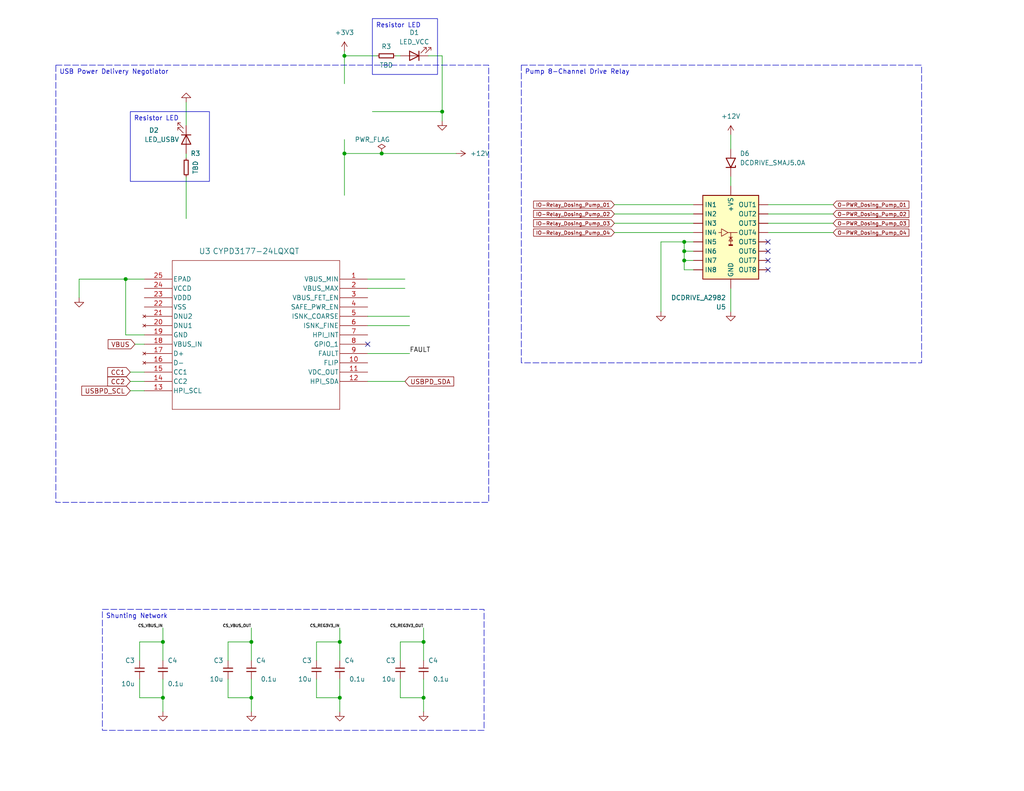
<source format=kicad_sch>
(kicad_sch (version 20230121) (generator eeschema)
  (paper "USLetter")
  (title_block (date "2023-11-12") (rev "10") (company "COEN/ELEC 490 Team 18"))
  (lib_symbols
    (symbol "Device:LED" (pin_numbers hide) (pin_names (offset 1.016) hide)
      (property "Reference" "D" (at 0 2.54 0))
      (property "Value" "LED" (at 0 -2.54 0))
      (symbol "LED_0_1"
        (polyline (pts (xy -1.27 -1.27) (xy -1.27 1.27)) (stroke (width 0.254)))
        (polyline (pts (xy -1.27 0) (xy 1.27 0)))
        (polyline (pts (xy 1.27 -1.27) (xy 1.27 1.27) (xy -1.27 0) (xy 1.27 -1.27)) (stroke (width 0.254)))
        (polyline (pts (xy -3.048 -0.762) (xy -4.572 -2.286) (xy -3.81 -2.286) (xy -4.572 -2.286) (xy -4.572 -1.524)))
        (polyline (pts (xy -1.778 -0.762) (xy -3.302 -2.286) (xy -2.54 -2.286) (xy -3.302 -2.286) (xy -3.302 -1.524)))
      )
      (symbol "LED_1_1"
        (pin passive line (at -3.81 0 0) (length 2.54) (name "K") (number "1"))
        (pin passive line (at 3.81 0 180) (length 2.54) (name "A") (number "2"))
      )
    )
    (symbol "Diode:SMAJ5.0A" (pin_numbers hide) (pin_names (offset 1.016) hide)
      (property "Reference" "D" (at 0 2.54 0))
      (property "Value" "SMAJ5.0A" (at 0 -2.54 0))
      (symbol "SMAJ5.0A_0_1"
        (polyline (pts (xy -0.762 1.27) (xy -1.27 1.27) (xy -1.27 -1.27)) (stroke (width 0.254)))
        (polyline (pts (xy 1.27 1.27) (xy 1.27 -1.27) (xy -1.27 0) (xy 1.27 1.27)) (stroke (width 0.254)))
      )
      (symbol "SMAJ5.0A_1_1"
        (pin passive line (at -3.81 0 0) (length 2.54) (name "A1") (number "1"))
        (pin passive line (at 3.81 0 180) (length 2.54) (name "A2") (number "2"))
      )
    )
    (symbol "GND_6" (power) (pin_numbers hide) (pin_names (offset 0) hide)
      (property "Value" "GND_6" (at 0 -3.81 0))
      (symbol "GND_6_0_1"
        (polyline (pts (xy 0 0) (xy 0 -1.27) (xy 1.27 -1.27) (xy 0 -2.54) (xy -1.27 -1.27) (xy 0 -1.27)))
      )
      (symbol "GND_6_1_1"
        (pin power_in line (at 0 0 270) (length 0) hide (name "GND") (number "1"))
      )
    )
    (symbol "GND_9" (power) (pin_numbers hide) (pin_names (offset 0) hide)
      (property "Value" "GND_9" (at 0 -3.81 0))
      (symbol "GND_9_0_1"
        (polyline (pts (xy 0 0) (xy 0 -1.27) (xy 1.27 -1.27) (xy 0 -2.54) (xy -1.27 -1.27) (xy 0 -1.27)))
      )
      (symbol "GND_9_1_1"
        (pin power_in line (at 0 0 270) (length 0) hide (name "GND") (number "1"))
      )
    )
    (symbol "PCM_Generic-50:C,IEC" (pin_numbers hide) (pin_names (offset 0) hide)
      (property "Reference" "C" (at 1.27 1.27 0))
      (property "Value" "C,IEC" (at 1.27 -1.27 0))
      (property "Indicator" "+" (at -1.27 1.27 0))
      (symbol "C,IEC_1_1"
        (polyline (pts (xy -1.27 -0.4572) (xy 1.27 -0.4572)) (stroke (width 0.254)))
        (polyline (pts (xy -1.27 0.4572) (xy 1.27 0.4572)) (stroke (width 0.254)))
        (pin passive line (at 0 2.54 270) (length 2.0828) (name "+") (number "1"))
        (pin passive line (at 0 -2.54 90) (length 2.0828) (name "-") (number "2"))
      )
    )
    (symbol "PCM_Generic-50:R,IEC" (pin_numbers hide) (pin_names (offset 0) hide)
      (property "Reference" "R" (at 1.27 1.27 0))
      (property "Value" "R,IEC" (at 1.27 -1.27 0))
      (symbol "R,IEC_1_1"
        (rectangle (start -0.5588 1.9812) (end 0.5588 -1.9812) (stroke (width 0.254)))
        (pin passive line (at 0 2.54 270) (length 0.5588) (name "+") (number "1"))
        (pin passive line (at 0 -2.54 90) (length 0.5588) (name "-") (number "2"))
      )
    )
    (symbol "Transistor_Array:A2982" (pin_numbers hide)
      (property "Reference" "U" (at -7.62 11.43 0))
      (property "Value" "A2982" (at 7.62 11.43 0))
      (symbol "A2982_0_1"
        (rectangle (start -7.62 10.16) (end 7.62 -12.7) (stroke (width 0.254)) (fill (type background)))
        (rectangle (start -0.508 -3.302) (end 0.508 -3.556) (fill (type outline)))
        (polyline (pts (xy -1.778 -2.794) (xy -1.778 -2.794)) (stroke (width 0.254)))
        (polyline (pts (xy -1.778 -2.032) (xy -1.778 -2.032)) (stroke (width 0.254)))
        (polyline (pts (xy -1.778 -1.27) (xy -1.778 -1.27)) (stroke (width 0.254)))
        (polyline (pts (xy -1.778 1.27) (xy -1.778 1.27)) (stroke (width 0.254)))
        (polyline (pts (xy -1.778 2.032) (xy -1.778 2.032)) (stroke (width 0.254)))
        (polyline (pts (xy -1.778 2.794) (xy -1.778 2.794)) (stroke (width 0.254)))
        (polyline (pts (xy -0.762 0) (xy 1.778 0)))
        (polyline (pts (xy -0.508 -1.27) (xy 0.508 -1.27)))
        (polyline (pts (xy 0 0) (xy 0 -3.302)))
        (polyline (pts (xy 0 0) (xy 0 0)) (stroke (width 0.508)))
        (polyline (pts (xy 0 -1.27) (xy -0.508 -2.286) (xy 0.508 -2.286) (xy 0 -1.27)))
        (polyline (pts (xy -3.302 0) (xy -2.54 0) (xy -2.54 1.016) (xy -0.762 0) (xy -2.54 -1.016) (xy -2.54 0)))
      )
      (symbol "A2982_1_1"
        (pin input line (at -10.16 7.62 0) (length 2.54) (name "IN1") (number "1"))
        (pin no_connect line (at -2.54 -12.7 90) (length 2.54) hide (name "NC") (number "10"))
        (pin no_connect line (at 2.54 -12.7 90) (length 2.54) hide (name "NC") (number "11"))
        (pin power_in line (at 0 -15.24 90) (length 2.54) (name "GND") (number "12"))
        (pin open_emitter line (at 10.16 -10.16 180) (length 2.54) (name "OUT8") (number "13"))
        (pin open_emitter line (at 10.16 -7.62 180) (length 2.54) (name "OUT7") (number "14"))
        (pin open_emitter line (at 10.16 -5.08 180) (length 2.54) (name "OUT6") (number "15"))
        (pin open_emitter line (at 10.16 -2.54 180) (length 2.54) (name "OUT5") (number "16"))
        (pin open_emitter line (at 10.16 0 180) (length 2.54) (name "OUT4") (number "17"))
        (pin open_emitter line (at 10.16 2.54 180) (length 2.54) (name "OUT3") (number "18"))
        (pin open_emitter line (at 10.16 5.08 180) (length 2.54) (name "OUT2") (number "19"))
        (pin input line (at -10.16 5.08 0) (length 2.54) (name "IN2") (number "2"))
        (pin open_emitter line (at 10.16 7.62 180) (length 2.54) (name "OUT1") (number "20"))
        (pin input line (at -10.16 2.54 0) (length 2.54) (name "IN3") (number "3"))
        (pin input line (at -10.16 0 0) (length 2.54) (name "IN4") (number "4"))
        (pin input line (at -10.16 -2.54 0) (length 2.54) (name "IN5") (number "5"))
        (pin input line (at -10.16 -5.08 0) (length 2.54) (name "IN6") (number "6"))
        (pin input line (at -10.16 -7.62 0) (length 2.54) (name "IN7") (number "7"))
        (pin input line (at -10.16 -10.16 0) (length 2.54) (name "IN8") (number "8"))
        (pin power_in line (at 0 12.7 270) (length 2.54) (name "+VS") (number "9"))
      )
    )
    (symbol "USBPD-CYPD3177-24LQXQT-2023-11-19_00-59-06:CYPD3177-24LQXQT" (pin_names (offset 0.254))
      (property "Reference" "U" (at 30.48 10.16 0))
      (property "Value" "CYPD3177-24LQXQT" (at 30.48 7.62 0))
      (symbol "CYPD3177-24LQXQT_0_1"
        (polyline (pts (xy 7.62 -35.56) (xy 53.34 -35.56)) (stroke (width 0.127)))
        (polyline (pts (xy 7.62 5.08) (xy 7.62 -35.56)) (stroke (width 0.127)))
        (polyline (pts (xy 53.34 -35.56) (xy 53.34 5.08)) (stroke (width 0.127)))
        (polyline (pts (xy 53.34 5.08) (xy 7.62 5.08)) (stroke (width 0.127)))
        (pin unspecified line (at 0 0 0) (length 7.62) (name "VBUS_MIN") (number "1"))
        (pin bidirectional line (at 0 -22.86 0) (length 7.62) (name "FLIP") (number "10"))
        (pin output line (at 0 -25.4 0) (length 7.62) (name "VDC_OUT") (number "11"))
        (pin unspecified line (at 0 -27.94 0) (length 7.62) (name "HPI_SDA") (number "12"))
        (pin unspecified line (at 60.96 -30.48 180) (length 7.62) (name "HPI_SCL") (number "13"))
        (pin unspecified line (at 60.96 -27.94 180) (length 7.62) (name "CC2") (number "14"))
        (pin unspecified line (at 60.96 -25.4 180) (length 7.62) (name "CC1") (number "15"))
        (pin no_connect line (at 60.96 -22.86 180) (length 7.62) (name "D-") (number "16"))
        (pin no_connect line (at 60.96 -20.32 180) (length 7.62) (name "D+") (number "17"))
        (pin input line (at 60.96 -17.78 180) (length 7.62) (name "VBUS_IN") (number "18"))
        (pin power_out line (at 60.96 -15.24 180) (length 7.62) (name "GND") (number "19"))
        (pin unspecified line (at 0 -2.54 0) (length 7.62) (name "VBUS_MAX") (number "2"))
        (pin no_connect line (at 60.96 -12.7 180) (length 7.62) (name "DNU1") (number "20"))
        (pin no_connect line (at 60.96 -10.16 180) (length 7.62) (name "DNU2") (number "21"))
        (pin power_out line (at 60.96 -7.62 180) (length 7.62) (name "VSS") (number "22"))
        (pin output line (at 60.96 -5.08 180) (length 7.62) (name "VDDD") (number "23"))
        (pin output line (at 60.96 -2.54 180) (length 7.62) (name "VCCD") (number "24"))
        (pin power_out line (at 60.96 0 180) (length 7.62) (name "EPAD") (number "25"))
        (pin output line (at 0 -5.08 0) (length 7.62) (name "VBUS_FET_EN") (number "3"))
        (pin output line (at 0 -7.62 0) (length 7.62) (name "SAFE_PWR_EN") (number "4"))
        (pin unspecified line (at 0 -10.16 0) (length 7.62) (name "ISNK_COARSE") (number "5"))
        (pin unspecified line (at 0 -12.7 0) (length 7.62) (name "ISNK_FINE") (number "6"))
        (pin unspecified line (at 0 -15.24 0) (length 7.62) (name "HPI_INT") (number "7"))
        (pin unspecified line (at 0 -17.78 0) (length 7.62) (name "GPIO_1") (number "8"))
        (pin unspecified line (at 0 -20.32 0) (length 7.62) (name "FAULT") (number "9"))
      )
    )
    (symbol "power:+12V" (power) (pin_numbers hide) (pin_names (offset 0) hide)
      (property "Value" "+12V" (at 0 3.556 0))
      (symbol "+12V_0_1"
        (polyline (pts (xy -0.762 1.27) (xy 0 2.54)))
        (polyline (pts (xy 0 0) (xy 0 2.54)))
        (polyline (pts (xy 0 2.54) (xy 0.762 1.27)))
      )
      (symbol "+12V_1_1"
        (pin power_in line (at 0 0 90) (length 0) hide (name "+12V") (number "1"))
      )
    )
    (symbol "power:+3V3" (power) (pin_numbers hide) (pin_names (offset 0) hide)
      (property "Value" "+3V3" (at 0 3.556 0))
      (symbol "+3V3_0_1"
        (polyline (pts (xy -0.762 1.27) (xy 0 2.54)))
        (polyline (pts (xy 0 0) (xy 0 2.54)))
        (polyline (pts (xy 0 2.54) (xy 0.762 1.27)))
      )
      (symbol "+3V3_1_1"
        (pin power_in line (at 0 0 90) (length 0) hide (name "+3V3") (number "1"))
      )
    )
    (symbol "power:GND" (power) (pin_numbers hide) (pin_names (offset 0) hide)
      (property "Value" "GND" (at 0 -3.81 0))
      (symbol "GND_0_1"
        (polyline (pts (xy 0 0) (xy 0 -1.27) (xy 1.27 -1.27) (xy 0 -2.54) (xy -1.27 -1.27) (xy 0 -1.27)))
      )
      (symbol "GND_1_1"
        (pin power_in line (at 0 0 270) (length 0) hide (name "GND") (number "1"))
      )
    )
    (symbol "power:PWR_FLAG" (power) (pin_numbers hide) (pin_names (offset 0) hide)
      (property "Value" "PWR_FLAG" (at 0 3.81 0))
      (symbol "PWR_FLAG_0_0"
        (pin power_out line (at 0 0 90) (length 0) (name "pwr") (number "1"))
      )
      (symbol "PWR_FLAG_0_1"
        (polyline (pts (xy 0 0) (xy 0 1.27) (xy -1.016 1.905) (xy 0 2.54) (xy 1.016 1.905) (xy 0 1.27)))
      )
    )
  )
  (junction (at 34.29 76.2))
  (junction (at 115.57 175.26))
  (junction (at 104.14 41.91))
  (junction (at 44.45 190.5))
  (junction (at 68.58 175.26))
  (junction (at 115.57 190.5))
  (junction (at 92.71 175.26))
  (junction (at 186.69 66.04))
  (junction (at 92.71 190.5))
  (junction (at 186.69 68.58))
  (junction (at 186.69 71.12))
  (junction (at 120.65 30.48))
  (junction (at 93.98 41.91))
  (junction (at 44.45 175.26))
  (junction (at 93.98 15.24))
  (junction (at 68.58 190.5))
  (no_connect (at 100.33 93.98))
  (no_connect (at 209.55 68.58))
  (no_connect (at 209.55 66.04))
  (no_connect (at 209.55 73.66))
  (no_connect (at 209.55 71.12))
  (wire (pts (xy 92.71 180.34) (xy 92.71 175.26)))
  (wire (pts (xy 92.71 175.26) (xy 86.36 175.26)))
  (wire (pts (xy 44.45 180.34) (xy 44.45 175.26)))
  (wire (pts (xy 101.6 30.48) (xy 120.65 30.48)))
  (wire (pts (xy 115.57 175.26) (xy 109.22 175.26)))
  (wire (pts (xy 100.33 88.9) (xy 111.76 88.9)))
  (wire (pts (xy 92.71 171.45) (xy 92.71 175.26)))
  (wire (pts (xy 50.8 41.91) (xy 50.8 43.18)))
  (wire (pts (xy 62.23 175.26) (xy 62.23 180.34)))
  (wire (pts (xy 189.23 55.88) (xy 167.64 55.88)))
  (wire (pts (xy 109.22 15.24) (xy 107.95 15.24)))
  (wire (pts (xy 68.58 175.26) (xy 62.23 175.26)))
  (wire (pts (xy 35.56 101.6) (xy 39.37 101.6)))
  (wire (pts (xy 120.65 33.02) (xy 120.65 30.48)))
  (wire (pts (xy 92.71 190.5) (xy 92.71 194.31)))
  (wire (pts (xy 86.36 185.42) (xy 86.36 190.5)))
  (wire (pts (xy 109.22 175.26) (xy 109.22 180.34)))
  (wire (pts (xy 227.33 55.88) (xy 209.55 55.88)))
  (wire (pts (xy 189.23 60.96) (xy 167.64 60.96)))
  (wire (pts (xy 44.45 190.5) (xy 44.45 194.31)))
  (wire (pts (xy 115.57 190.5) (xy 115.57 185.42)))
  (wire (pts (xy 102.87 15.24) (xy 93.98 15.24)))
  (wire (pts (xy 39.37 106.68) (xy 35.56 106.68)))
  (wire (pts (xy 34.29 91.44) (xy 34.29 76.2)))
  (wire (pts (xy 93.98 15.24) (xy 93.98 22.86)))
  (wire (pts (xy 104.14 41.91) (xy 124.46 41.91)))
  (wire (pts (xy 36.83 93.98) (xy 39.37 93.98)))
  (wire (pts (xy 62.23 190.5) (xy 68.58 190.5)))
  (wire (pts (xy 100.33 104.14) (xy 110.49 104.14)))
  (wire (pts (xy 120.65 15.24) (xy 120.65 30.48)))
  (wire (pts (xy 189.23 66.04) (xy 186.69 66.04)))
  (wire (pts (xy 189.23 73.66) (xy 186.69 73.66)))
  (wire (pts (xy 227.33 60.96) (xy 209.55 60.96)))
  (wire (pts (xy 68.58 171.45) (xy 68.58 175.26)))
  (wire (pts (xy 100.33 86.36) (xy 111.76 86.36)))
  (wire (pts (xy 186.69 73.66) (xy 186.69 71.12)))
  (wire (pts (xy 227.33 63.5) (xy 209.55 63.5)))
  (wire (pts (xy 21.59 76.2) (xy 21.59 81.28)))
  (wire (pts (xy 100.33 96.52) (xy 111.76 96.52)))
  (wire (pts (xy 93.98 38.1) (xy 93.98 41.91)))
  (wire (pts (xy 62.23 185.42) (xy 62.23 190.5)))
  (wire (pts (xy 186.69 68.58) (xy 186.69 66.04)))
  (wire (pts (xy 93.98 41.91) (xy 93.98 53.34)))
  (wire (pts (xy 44.45 190.5) (xy 44.45 185.42)))
  (wire (pts (xy 38.1 190.5) (xy 44.45 190.5)))
  (wire (pts (xy 35.56 104.14) (xy 39.37 104.14)))
  (wire (pts (xy 189.23 63.5) (xy 167.64 63.5)))
  (wire (pts (xy 186.69 68.58) (xy 189.23 68.58)))
  (wire (pts (xy 186.69 71.12) (xy 186.69 68.58)))
  (wire (pts (xy 186.69 66.04) (xy 180.34 66.04)))
  (wire (pts (xy 68.58 180.34) (xy 68.58 175.26)))
  (wire (pts (xy 38.1 175.26) (xy 38.1 180.34)))
  (wire (pts (xy 93.98 41.91) (xy 104.14 41.91)))
  (wire (pts (xy 68.58 190.5) (xy 68.58 185.42)))
  (wire (pts (xy 100.33 78.74) (xy 110.49 78.74)))
  (wire (pts (xy 180.34 66.04) (xy 180.34 85.09)))
  (wire (pts (xy 100.33 76.2) (xy 110.49 76.2)))
  (wire (pts (xy 92.71 190.5) (xy 92.71 185.42)))
  (wire (pts (xy 86.36 190.5) (xy 92.71 190.5)))
  (wire (pts (xy 68.58 190.5) (xy 68.58 194.31)))
  (wire (pts (xy 199.39 36.83) (xy 199.39 40.64)))
  (wire (pts (xy 115.57 180.34) (xy 115.57 175.26)))
  (wire (pts (xy 86.36 175.26) (xy 86.36 180.34)))
  (wire (pts (xy 50.8 27.94) (xy 50.8 34.29)))
  (wire (pts (xy 109.22 185.42) (xy 109.22 190.5)))
  (wire (pts (xy 109.22 190.5) (xy 115.57 190.5)))
  (wire (pts (xy 199.39 85.09) (xy 199.39 78.74)))
  (wire (pts (xy 116.84 15.24) (xy 120.65 15.24)))
  (wire (pts (xy 189.23 58.42) (xy 167.64 58.42)))
  (wire (pts (xy 50.8 48.26) (xy 50.8 59.69)))
  (wire (pts (xy 227.33 58.42) (xy 209.55 58.42)))
  (wire (pts (xy 44.45 175.26) (xy 38.1 175.26)))
  (wire (pts (xy 186.69 71.12) (xy 189.23 71.12)))
  (wire (pts (xy 34.29 76.2) (xy 39.37 76.2)))
  (wire (pts (xy 38.1 185.42) (xy 38.1 190.5)))
  (wire (pts (xy 199.39 50.8) (xy 199.39 48.26)))
  (wire (pts (xy 93.98 15.24) (xy 93.98 13.97)))
  (wire (pts (xy 21.59 76.2) (xy 34.29 76.2)))
  (wire (pts (xy 115.57 171.45) (xy 115.57 175.26)))
  (wire (pts (xy 39.37 91.44) (xy 34.29 91.44)))
  (wire (pts (xy 44.45 171.45) (xy 44.45 175.26)))
  (wire (pts (xy 115.57 190.5) (xy 115.57 194.31)))
  (text_box "Resistor LED" (at 101.6 5.08 0) (size 17.78 15.24) (effects (font (size 1.27 1.27)) (justify left top)))
  (text_box "USB Power Delivery Negotiator" (at 15.24 17.78 0) (size 118.11 119.38) (stroke (width 0) (type dash)) (effects (font (size 1.27 1.27)) (justify left top)))
  (text_box "Shunting Network" (at 27.94 166.37 0) (size 104.14 33.02) (stroke (width 0) (type dash)) (effects (font (size 1.27 1.27)) (justify left top)))
  (text_box "Pump 8-Channel Drive Relay" (at 142.24 17.78 0) (size 109.22 81.28) (stroke (width 0) (type dash)) (effects (font (size 1.27 1.27)) (justify left top)))
  (text_box "Resistor LED" (at 35.56 30.48 0) (size 21.59 19.05) (effects (font (size 1.27 1.27)) (justify left top)))
  (label "CS_REG3V3_OUT" (at 115.57 171.45 180) (effects (font (size 0.75 0.75))))
  (label "CS_VBUS_IN" (at 44.45 171.45 180) (effects (font (size 0.75 0.75))))
  (label "FAULT" (at 111.76 96.52 0))
  (label "CS_REG3V3_IN" (at 92.71 171.45 180) (effects (font (size 0.75 0.75))))
  (label "CS_VBUS_OUT" (at 68.58 171.45 180) (effects (font (size 0.75 0.75))))
  (global_label "CC2" (shape input) (at 35.56 104.14 180) (property "Intersheetrefs" "${INTERSHEET_REFS}" (effects hide)))
  (global_label "IO-Relay_Dosing_Pump_01" (shape input) (at 167.64 55.88 180) (effects (font (size 1 1))) (property "Intersheetrefs" "${INTERSHEET_REFS}" (effects hide)))
  (global_label "IO-Relay_Dosing_Pump_02" (shape input) (at 167.64 58.42 180) (effects (font (size 1 1))) (property "Intersheetrefs" "${INTERSHEET_REFS}" (effects hide)))
  (global_label "O-PWR_Dosing_Pump_04" (shape input) (at 227.33 63.5 0) (effects (font (size 1 1))) (property "Intersheetrefs" "${INTERSHEET_REFS}" (effects hide)))
  (global_label "O-PWR_Dosing_Pump_02" (shape input) (at 227.33 58.42 0) (effects (font (size 1 1))) (property "Intersheetrefs" "${INTERSHEET_REFS}" (effects hide)))
  (global_label "USBPD_SDA" (shape input) (at 110.49 104.14 0) (property "Intersheetrefs" "${INTERSHEET_REFS}" (effects hide)))
  (global_label "O-PWR_Dosing_Pump_01" (shape input) (at 227.33 55.88 0) (effects (font (size 1 1))) (property "Intersheetrefs" "${INTERSHEET_REFS}" (effects hide)))
  (global_label "IO-Relay_Dosing_Pump_03" (shape input) (at 167.64 60.96 180) (effects (font (size 1 1))) (property "Intersheetrefs" "${INTERSHEET_REFS}" (effects hide)))
  (global_label "O-PWR_Dosing_Pump_03" (shape input) (at 227.33 60.96 0) (effects (font (size 1 1))) (property "Intersheetrefs" "${INTERSHEET_REFS}" (effects hide)))
  (global_label "USBPD_SCL" (shape input) (at 35.56 106.68 180) (property "Intersheetrefs" "${INTERSHEET_REFS}" (effects hide)))
  (global_label "CC1" (shape input) (at 35.56 101.6 180) (property "Intersheetrefs" "${INTERSHEET_REFS}" (effects hide)))
  (global_label "IO-Relay_Dosing_Pump_04" (shape input) (at 167.64 63.5 180) (effects (font (size 1 1))) (property "Intersheetrefs" "${INTERSHEET_REFS}" (effects hide)))
  (global_label "VBUS" (shape input) (at 36.83 93.98 180) (property "Intersheetrefs" "${INTERSHEET_REFS}" (effects hide)))
  (symbol (lib_name "GND_9") (lib_id "power:GND") (at 199.39 85.09 0) (unit 1)
    (property "Reference" "#PWR035" (effects hide))
    (property "Value" "GND" (effects hide))
    (instances (project "490 Project PCB" (path "" (reference "#PWR035") (unit 1)) (path "" (reference "#PWR037") (unit 1))))
  )
  (symbol (lib_id "Device:LED") (at 113.03 15.24 180) (unit 1)
    (property "Reference" "D1" (at 113.03 8.89 0))
    (property "Value" "LED_VCC" (at 113.03 11.43 0))
    (property "Footprint" "LED_THT:LED_D3.0mm" (effects hide))
  )
  (symbol (lib_id "Transistor_Array:A2982") (at 199.39 63.5 0) (unit 1)
    (property "Reference" "U5" (at 198.12 83.82 0) (effects (justify right)))
    (property "Value" "DCDRIVE_A2982" (at 198.12 81.28 0) (effects (justify right)))
    (property "Footprint" "Package_SO:SOIC-20W_7.5x12.8mm_P1.27mm" (effects hide))
    (property "Datasheet" "https://www.allegromicro.com/~/media/Files/Datasheets/A2981-2-Datasheet.ashx" (effects hide))
  )
  (symbol (lib_id "PCM_Generic-50:R,IEC") (at 50.8 45.72 180) (unit 1)
    (property "Reference" "R3" (at 53.34 41.91 0))
    (property "Value" "TBD" (at 53.34 45.72 90))
    (property "Indicator" "+" (effects hide))
    (instances (project "490 Project PCB" (path "" (reference "R3") (unit 1)) (path "" (reference "R10") (unit 1)) (path "" (reference "R10") (unit 1))))
  )
  (symbol (lib_id "power:GND") (at 44.45 194.31 0) (mirror y) (unit 1)
    (property "Reference" "#PWR020" (effects hide))
    (property "Value" "GND" (effects hide))
    (instances (project "490 Project PCB" (path "" (reference "#PWR020") (unit 1)) (path "" (reference "#PWR039") (unit 1))))
  )
  (symbol (lib_id "USBPD-CYPD3177-24LQXQT-2023-11-19_00-59-06:CYPD3177-24LQXQT") (at 100.33 76.2 0) (mirror y) (unit 1)
    (property "Reference" "U3" (at 55.88 68.58 0) (effects (font (size 1.524 1.524))))
    (property "Value" "CYPD3177-24LQXQT" (at 69.85 68.58 0) (effects (font (size 1.524 1.524))))
    (property "Footprint" "CYPD3177-24LQXQT_CYP" (effects hide))
    (property "Datasheet" "CYPD3177-24LQXQT" (effects hide))
  )
  (symbol (lib_id "PCM_Generic-50:R,IEC") (at 105.41 15.24 90) (mirror x) (unit 1)
    (property "Reference" "R3" (at 105.41 12.7 90))
    (property "Value" "TBD" (at 105.41 17.78 90))
    (property "Indicator" "+" (effects hide))
    (instances (project "490 Project PCB" (path "" (reference "R3") (unit 1)) (path "" (reference "R9") (unit 1)) (path "" (reference "R9") (unit 1))))
  )
  (symbol (lib_id "PCM_Generic-50:C,IEC") (at 44.45 182.88 0) (mirror x) (unit 1)
    (property "Reference" "C4" (at 45.72 180.34 0) (effects (justify left)))
    (property "Value" "0.1u" (at 45.72 186.69 0) (effects (justify left)))
    (property "Footprint" "Capacitor_THT:C_Disc_D3.8mm_W2.6mm_P2.50mm" (effects hide))
    (property "Indicator" "+" (effects hide))
    (instances (project "490 Project PCB" (path "" (reference "C4") (unit 1)) (path "" (reference "C11") (unit 1))))
  )
  (symbol (lib_id "PCM_Generic-50:C,IEC") (at 86.36 182.88 180) (unit 1)
    (property "Reference" "C3" (at 85.09 180.34 0) (effects (justify left)))
    (property "Value" "10u" (at 85.09 185.42 0) (effects (justify left)))
    (property "Footprint" "Capacitor_THT:C_Radial_D5.0mm_H7.0mm_P2.00mm" (effects hide))
    (property "Indicator" "+" (effects hide))
    (instances (project "490 Project PCB" (path "" (reference "C3") (unit 1)) (path "" (reference "C14") (unit 1))))
  )
  (symbol (lib_id "Device:LED") (at 50.8 38.1 270) (unit 1)
    (property "Reference" "D2" (at 40.64 35.56 90) (effects (justify left)))
    (property "Value" "LED_USBV" (at 39.37 38.1 90) (effects (justify left)))
    (property "Footprint" "LED_THT:LED_D3.0mm" (effects hide))
  )
  (symbol (lib_id "PCM_Generic-50:C,IEC") (at 62.23 182.88 180) (unit 1)
    (property "Reference" "C3" (at 60.96 180.34 0) (effects (justify left)))
    (property "Value" "10u" (at 60.96 185.42 0) (effects (justify left)))
    (property "Footprint" "Capacitor_THT:C_Radial_D5.0mm_H7.0mm_P2.00mm" (effects hide))
    (property "Indicator" "+" (effects hide))
    (instances (project "490 Project PCB" (path "" (reference "C3") (unit 1)) (path "" (reference "C12") (unit 1))))
  )
  (symbol (lib_id "power:PWR_FLAG") (at 104.14 41.91 0) (mirror y) (unit 1)
    (property "Reference" "#FLG02" (effects hide))
    (property "Value" "PWR_FLAG" (at 101.6 38.1 0))
  )
  (symbol (lib_id "power:+12V") (at 199.39 36.83 0) (unit 1)
    (property "Reference" "#PWR037" (effects hide))
    (property "Value" "+12V" (at 199.39 31.75 0))
    (instances (project "490 Project PCB" (path "" (reference "#PWR037") (unit 1)) (path "" (reference "#PWR034") (unit 1))))
  )
  (symbol (lib_name "GND_6") (lib_id "power:GND") (at 50.8 27.94 180) (unit 1)
    (property "Reference" "#PWR016" (effects hide))
    (property "Value" "GND" (effects hide))
  )
  (symbol (lib_id "PCM_Generic-50:C,IEC") (at 92.71 182.88 0) (mirror x) (unit 1)
    (property "Reference" "C4" (at 93.98 180.34 0) (effects (justify left)))
    (property "Value" "0.1u" (at 95.25 185.42 0) (effects (justify left)))
    (property "Footprint" "Capacitor_THT:C_Disc_D3.8mm_W2.6mm_P2.50mm" (effects hide))
    (property "Indicator" "+" (effects hide))
    (instances (project "490 Project PCB" (path "" (reference "C4") (unit 1)) (path "" (reference "C15") (unit 1))))
  )
  (symbol (lib_id "power:GND") (at 21.59 81.28 0) (mirror y) (unit 1)
    (property "Reference" "#PWR020" (effects hide))
    (property "Value" "GND" (effects hide))
    (instances (project "490 Project PCB" (path "" (reference "#PWR020") (unit 1)) (path "" (reference "#PWR023") (unit 1))))
  )
  (symbol (lib_id "power:GND") (at 120.65 33.02 0) (mirror y) (unit 1)
    (property "Reference" "#PWR020" (effects hide))
    (property "Value" "GND" (effects hide))
  )
  (symbol (lib_id "power:+3V3") (at 93.98 13.97 0) (mirror y) (unit 1)
    (property "Reference" "#PWR017" (effects hide))
    (property "Value" "+3V3" (at 93.98 8.89 0))
  )
  (symbol (lib_id "power:GND") (at 68.58 194.31 0) (mirror y) (unit 1)
    (property "Reference" "#PWR020" (effects hide))
    (property "Value" "GND" (effects hide))
    (instances (project "490 Project PCB" (path "" (reference "#PWR020") (unit 1)) (path "" (reference "#PWR040") (unit 1))))
  )
  (symbol (lib_name "GND_9") (lib_id "power:GND") (at 180.34 85.09 0) (unit 1)
    (property "Reference" "#PWR034" (effects hide))
    (property "Value" "GND" (effects hide))
    (instances (project "490 Project PCB" (path "" (reference "#PWR034") (unit 1)) (path "" (reference "#PWR035") (unit 1))))
  )
  (symbol (lib_id "PCM_Generic-50:C,IEC") (at 38.1 182.88 180) (unit 1)
    (property "Reference" "C3" (at 36.83 180.34 0) (effects (justify left)))
    (property "Value" "10u" (at 36.83 186.69 0) (effects (justify left)))
    (property "Footprint" "Capacitor_THT:C_Radial_D5.0mm_H7.0mm_P2.00mm" (effects hide))
    (property "Indicator" "+" (effects hide))
    (instances (project "490 Project PCB" (path "" (reference "C3") (unit 1)) (path "" (reference "C10") (unit 1))))
  )
  (symbol (lib_id "PCM_Generic-50:C,IEC") (at 109.22 182.88 180) (unit 1)
    (property "Reference" "C3" (at 107.95 180.34 0) (effects (justify left)))
    (property "Value" "10u" (at 107.95 185.42 0) (effects (justify left)))
    (property "Footprint" "Capacitor_THT:C_Radial_D5.0mm_H7.0mm_P2.00mm" (effects hide))
    (property "Indicator" "+" (effects hide))
    (instances (project "490 Project PCB" (path "" (reference "C3") (unit 1)) (path "" (reference "C16") (unit 1))))
  )
  (symbol (lib_id "PCM_Generic-50:C,IEC") (at 115.57 182.88 0) (mirror x) (unit 1)
    (property "Reference" "C4" (at 116.84 180.34 0) (effects (justify left)))
    (property "Value" "0.1u" (at 118.11 185.42 0) (effects (justify left)))
    (property "Footprint" "Capacitor_THT:C_Disc_D3.8mm_W2.6mm_P2.50mm" (effects hide))
    (property "Indicator" "+" (effects hide))
    (instances (project "490 Project PCB" (path "" (reference "C4") (unit 1)) (path "" (reference "C17") (unit 1))))
  )
  (symbol (lib_id "power:+12V") (at 124.46 41.91 270) (unit 1)
    (property "Reference" "#PWR036" (effects hide))
    (property "Value" "+12V" (at 128.27 41.91 90) (effects (justify left)))
  )
  (symbol (lib_id "PCM_Generic-50:C,IEC") (at 68.58 182.88 0) (mirror x) (unit 1)
    (property "Reference" "C4" (at 69.85 180.34 0) (effects (justify left)))
    (property "Value" "0.1u" (at 71.12 185.42 0) (effects (justify left)))
    (property "Footprint" "Capacitor_THT:C_Disc_D3.8mm_W2.6mm_P2.50mm" (effects hide))
    (property "Indicator" "+" (effects hide))
    (instances (project "490 Project PCB" (path "" (reference "C4") (unit 1)) (path "" (reference "C13") (unit 1))))
  )
  (symbol (lib_id "power:GND") (at 92.71 194.31 0) (mirror y) (unit 1)
    (property "Reference" "#PWR020" (effects hide))
    (property "Value" "GND" (effects hide))
    (instances (project "490 Project PCB" (path "" (reference "#PWR020") (unit 1)) (path "" (reference "#PWR041") (unit 1))))
  )
  (symbol (lib_id "Diode:SMAJ5.0A") (at 199.39 44.45 270) (mirror x) (unit 1)
    (property "Reference" "D6" (at 203.2 41.91 90))
    (property "Value" "DCDRIVE_SMAJ5.0A" (at 210.82 44.45 90))
    (property "Footprint" "Diode_SMD:D_SMA" (effects hide))
    (property "Datasheet" "https://www.littelfuse.com/media?resourcetype=datasheets&itemid=75e32973-b177-4ee3-a0ff-cedaf1abdb93&filename=smaj-datasheet" (effects hide))
  )
  (symbol (lib_id "power:GND") (at 115.57 194.31 0) (mirror y) (unit 1)
    (property "Reference" "#PWR020" (effects hide))
    (property "Value" "GND" (effects hide))
    (instances (project "490 Project PCB" (path "" (reference "#PWR020") (unit 1)) (path "" (reference "#PWR042") (unit 1))))
  )
)
</source>
